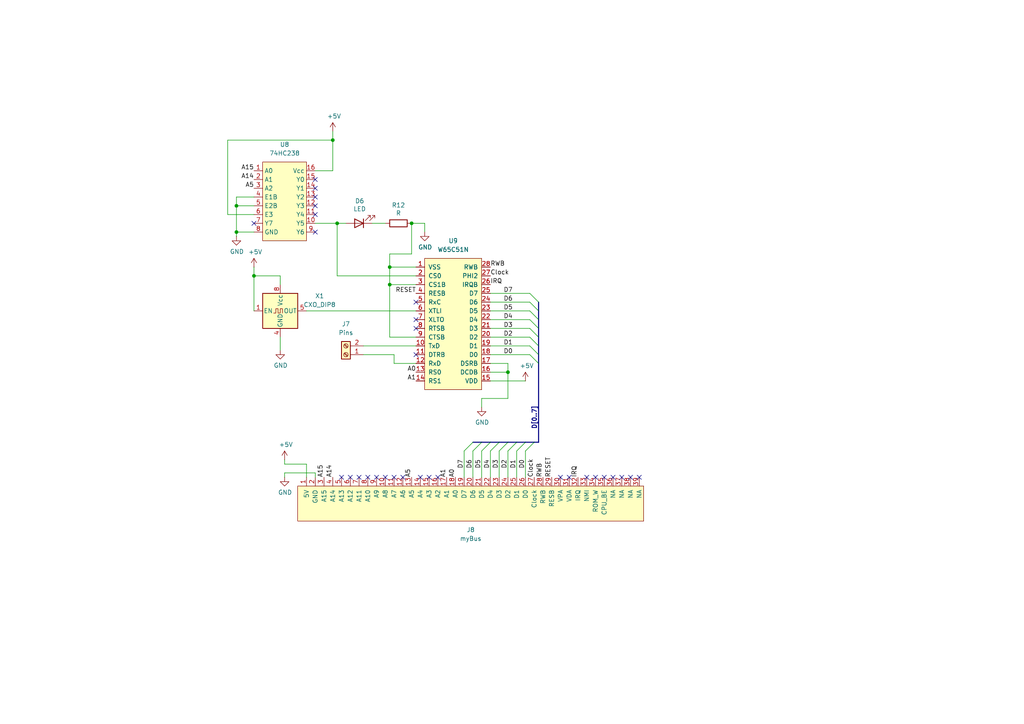
<source format=kicad_sch>
(kicad_sch (version 20231120) (generator "eeschema") (generator_version "8.0")
  (paper "A4")
  (title_block (title "UART"))
  (lib_symbols
    (symbol "6502:74HC238"
      (property "Reference" "U6" (at 0 15.24 0))
      (property "Value" "74HC238" (at 0 12.7 0))
      (symbol "74HC238_1_1"
        (rectangle (start -6.35 10.16) (end 6.35 -12.7) (fill (type background)))
        (pin input line (at -8.89 7.62 0) (length 2.54) (name "A0") (number "1"))
        (pin output line (at 8.89 -7.62 180) (length 2.54) (name "Y5") (number "10"))
        (pin output line (at 8.89 -5.08 180) (length 2.54) (name "Y4") (number "11"))
        (pin output line (at 8.89 -2.54 180) (length 2.54) (name "Y3") (number "12"))
        (pin output line (at 8.89 0 180) (length 2.54) (name "Y2") (number "13"))
        (pin output line (at 8.89 2.54 180) (length 2.54) (name "Y1") (number "14"))
        (pin output line (at 8.89 5.08 180) (length 2.54) (name "Y0") (number "15"))
        (pin power_in line (at 8.89 7.62 180) (length 2.54) (name "Vcc") (number "16"))
        (pin input line (at -8.89 5.08 0) (length 2.54) (name "A1") (number "2"))
        (pin input line (at -8.89 2.54 0) (length 2.54) (name "A2") (number "3"))
        (pin input line (at -8.89 0 0) (length 2.54) (name "E1B") (number "4"))
        (pin input line (at -8.89 -2.54 0) (length 2.54) (name "E2B") (number "5"))
        (pin input line (at -8.89 -5.08 0) (length 2.54) (name "E3") (number "6"))
        (pin output line (at -8.89 -7.62 0) (length 2.54) (name "Y7") (number "7"))
        (pin power_in line (at -8.89 -10.16 0) (length 2.54) (name "GND") (number "8"))
        (pin output line (at 8.89 -10.16 180) (length 2.54) (name "Y6") (number "9"))
      )
    )
    (symbol "6502:W65C51N" (pin_names (offset 1.016))
      (property "Reference" "U" (at -2.54 19.05 0))
      (property "Value" "W65C51N" (at 0 0 90))
      (symbol "W65C51N_0_1"
        (rectangle (start -8.89 17.78) (end 7.62 -20.32) (fill (type background)))
      )
      (symbol "W65C51N_1_1"
        (pin power_in line (at -11.43 15.24 0) (length 2.54) (name "VSS") (number "1"))
        (pin output line (at -11.43 -7.62 0) (length 2.54) (name "TxD") (number "10"))
        (pin output line (at -11.43 -10.16 0) (length 2.54) (name "DTRB") (number "11"))
        (pin input line (at -11.43 -12.7 0) (length 2.54) (name "RxD") (number "12"))
        (pin input line (at -11.43 -15.24 0) (length 2.54) (name "RS0") (number "13"))
        (pin input line (at -11.43 -17.78 0) (length 2.54) (name "RS1") (number "14"))
        (pin power_in line (at 10.16 -17.78 180) (length 2.54) (name "VDD") (number "15"))
        (pin input line (at 10.16 -15.24 180) (length 2.54) (name "DCDB") (number "16"))
        (pin input line (at 10.16 -12.7 180) (length 2.54) (name "DSRB") (number "17"))
        (pin tri_state line (at 10.16 -10.16 180) (length 2.54) (name "D0") (number "18"))
        (pin tri_state line (at 10.16 -7.62 180) (length 2.54) (name "D1") (number "19"))
        (pin input line (at -11.43 12.7 0) (length 2.54) (name "CS0") (number "2"))
        (pin tri_state line (at 10.16 -5.08 180) (length 2.54) (name "D2") (number "20"))
        (pin tri_state line (at 10.16 -2.54 180) (length 2.54) (name "D3") (number "21"))
        (pin tri_state line (at 10.16 0 180) (length 2.54) (name "D4") (number "22"))
        (pin tri_state line (at 10.16 2.54 180) (length 2.54) (name "D5") (number "23"))
        (pin tri_state line (at 10.16 5.08 180) (length 2.54) (name "D6") (number "24"))
        (pin tri_state line (at 10.16 7.62 180) (length 2.54) (name "D7") (number "25"))
        (pin open_collector line (at 10.16 10.16 180) (length 2.54) (name "IRQB") (number "26"))
        (pin input line (at 10.16 12.7 180) (length 2.54) (name "PHI2") (number "27"))
        (pin input line (at 10.16 15.24 180) (length 2.54) (name "RWB") (number "28"))
        (pin input line (at -11.43 10.16 0) (length 2.54) (name "CS1B") (number "3"))
        (pin input line (at -11.43 7.62 0) (length 2.54) (name "RESB") (number "4"))
        (pin bidirectional line (at -11.43 5.08 0) (length 2.54) (name "RxC") (number "5"))
        (pin input line (at -11.43 2.54 0) (length 2.54) (name "XTLI") (number "6"))
        (pin output line (at -11.43 0 0) (length 2.54) (name "XLTO") (number "7"))
        (pin output line (at -11.43 -2.54 0) (length 2.54) (name "RTSB") (number "8"))
        (pin input line (at -11.43 -5.08 0) (length 2.54) (name "CTSB") (number "9"))
      )
    )
    (symbol "6502:myBus" (pin_names (offset 1.016))
      (property "Reference" "J" (at 57.15 1.27 0))
      (property "Value" "myBus" (at 0 -1.27 0))
      (symbol "myBus_0_1"
        (rectangle (start -44.45 5.08) (end 55.88 -5.08) (fill (type background)))
      )
      (symbol "myBus_1_1"
        (pin power_in line (at -41.91 7.62 270) (length 2.54) (name "5V") (number "1"))
        (pin passive line (at -19.05 7.62 270) (length 2.54) (name "A8") (number "10"))
        (pin passive line (at -16.51 7.62 270) (length 2.54) (name "A7") (number "11"))
        (pin passive line (at -13.97 7.62 270) (length 2.54) (name "A6") (number "12"))
        (pin passive line (at -11.43 7.62 270) (length 2.54) (name "A5") (number "13"))
        (pin passive line (at -8.89 7.62 270) (length 2.54) (name "A4") (number "14"))
        (pin passive line (at -6.35 7.62 270) (length 2.54) (name "A3") (number "15"))
        (pin passive line (at -3.81 7.62 270) (length 2.54) (name "A2") (number "16"))
        (pin passive line (at -1.27 7.62 270) (length 2.54) (name "A1") (number "17"))
        (pin passive line (at 1.27 7.62 270) (length 2.54) (name "A0") (number "18"))
        (pin passive line (at 3.81 7.62 270) (length 2.54) (name "D7") (number "19"))
        (pin power_in line (at -39.37 7.62 270) (length 2.54) (name "GND") (number "2"))
        (pin passive line (at 6.35 7.62 270) (length 2.54) (name "D6") (number "20"))
        (pin passive line (at 8.89 7.62 270) (length 2.54) (name "D5") (number "21"))
        (pin passive line (at 11.43 7.62 270) (length 2.54) (name "D4") (number "22"))
        (pin passive line (at 13.97 7.62 270) (length 2.54) (name "D3") (number "23"))
        (pin passive line (at 16.51 7.62 270) (length 2.54) (name "D2") (number "24"))
        (pin passive line (at 19.05 7.62 270) (length 2.54) (name "D1") (number "25"))
        (pin passive line (at 21.59 7.62 270) (length 2.54) (name "D0") (number "26"))
        (pin passive line (at 24.13 7.62 270) (length 2.54) (name "Clock") (number "27"))
        (pin passive line (at 26.67 7.62 270) (length 2.54) (name "RWB") (number "28"))
        (pin passive line (at 29.21 7.62 270) (length 2.54) (name "RESB") (number "29"))
        (pin passive line (at -36.83 7.62 270) (length 2.54) (name "A15") (number "3"))
        (pin passive line (at 31.75 7.62 270) (length 2.54) (name "VPA") (number "30"))
        (pin passive line (at 34.29 7.62 270) (length 2.54) (name "VDA") (number "31"))
        (pin passive line (at 36.83 7.62 270) (length 2.54) (name "IRQ") (number "32"))
        (pin passive line (at 39.37 7.62 270) (length 2.54) (name "NMI") (number "33"))
        (pin passive line (at 41.91 7.62 270) (length 2.54) (name "ROM_W") (number "34"))
        (pin passive line (at 44.45 7.62 270) (length 2.54) (name "CPU_BE") (number "35"))
        (pin passive line (at 46.99 7.62 270) (length 2.54) (name "NA") (number "36"))
        (pin passive line (at 49.53 7.62 270) (length 2.54) (name "NA") (number "37"))
        (pin passive line (at 52.07 7.62 270) (length 2.54) (name "NA") (number "38"))
        (pin passive line (at 54.61 7.62 270) (length 2.54) (name "NA") (number "39"))
        (pin passive line (at -34.29 7.62 270) (length 2.54) (name "A14") (number "4"))
        (pin passive line (at -31.75 7.62 270) (length 2.54) (name "A13") (number "5"))
        (pin passive line (at -29.21 7.62 270) (length 2.54) (name "A12") (number "6"))
        (pin passive line (at -26.67 7.62 270) (length 2.54) (name "A11") (number "7"))
        (pin passive line (at -24.13 7.62 270) (length 2.54) (name "A10") (number "8"))
        (pin passive line (at -21.59 7.62 270) (length 2.54) (name "A9") (number "9"))
      )
    )
    (symbol "Connector:Screw_Terminal_01x02" (pin_names (offset 1.016) hide)
      (property "Reference" "J" (at 0 2.54 0))
      (property "Value" "Screw_Terminal_01x02" (at 0 -5.08 0))
      (symbol "Screw_Terminal_01x02_1_1"
        (rectangle (start -1.27 1.27) (end 1.27 -3.81) (stroke (width 0.254)) (fill (type background)))
        (circle (center 0 -2.54) (radius 0.635) (stroke (width 0.1524)))
        (polyline (pts (xy -0.5334 -2.2098) (xy 0.3302 -3.048)) (stroke (width 0.1524)))
        (polyline (pts (xy -0.5334 0.3302) (xy 0.3302 -0.508)) (stroke (width 0.1524)))
        (polyline (pts (xy -0.3556 -2.032) (xy 0.508 -2.8702)) (stroke (width 0.1524)))
        (polyline (pts (xy -0.3556 0.508) (xy 0.508 -0.3302)) (stroke (width 0.1524)))
        (circle (center 0 0) (radius 0.635) (stroke (width 0.1524)))
        (pin passive line (at -5.08 0 0) (length 3.81) (name "Pin_1") (number "1"))
        (pin passive line (at -5.08 -2.54 0) (length 3.81) (name "Pin_2") (number "2"))
      )
    )
    (symbol "Device:LED" (pin_numbers hide) (pin_names (offset 1.016) hide)
      (property "Reference" "D" (at 0 2.54 0))
      (property "Value" "LED" (at 0 -2.54 0))
      (symbol "LED_0_1"
        (polyline (pts (xy -1.27 -1.27) (xy -1.27 1.27)) (stroke (width 0.254)))
        (polyline (pts (xy -1.27 0) (xy 1.27 0)))
        (polyline (pts (xy 1.27 -1.27) (xy 1.27 1.27) (xy -1.27 0) (xy 1.27 -1.27)) (stroke (width 0.254)))
        (polyline (pts (xy -3.048 -0.762) (xy -4.572 -2.286) (xy -3.81 -2.286) (xy -4.572 -2.286) (xy -4.572 -1.524)))
        (polyline (pts (xy -1.778 -0.762) (xy -3.302 -2.286) (xy -2.54 -2.286) (xy -3.302 -2.286) (xy -3.302 -1.524)))
      )
      (symbol "LED_1_1"
        (pin passive line (at -3.81 0 0) (length 2.54) (name "K") (number "1"))
        (pin passive line (at 3.81 0 180) (length 2.54) (name "A") (number "2"))
      )
    )
    (symbol "Device:R" (pin_numbers hide) (pin_names (offset 0))
      (property "Reference" "R" (at 2.032 0 90))
      (property "Value" "R" (at 0 0 90))
      (symbol "R_0_1"
        (rectangle (start -1.016 -2.54) (end 1.016 2.54) (stroke (width 0.254)))
      )
      (symbol "R_1_1"
        (pin passive line (at 0 3.81 270) (length 1.27) (name "~") (number "1"))
        (pin passive line (at 0 -3.81 90) (length 1.27) (name "~") (number "2"))
      )
    )
    (symbol "Oscillator:CXO_DIP8" (pin_names (offset 0.254))
      (property "Reference" "X" (at -5.08 6.35 0))
      (property "Value" "CXO_DIP8" (at 1.27 -6.35 0))
      (symbol "CXO_DIP8_0_1"
        (rectangle (start -5.08 5.08) (end 5.08 -5.08) (stroke (width 0.254)) (fill (type background)))
        (polyline (pts (xy -1.905 -0.635) (xy -1.27 -0.635) (xy -1.27 0.635) (xy -0.635 0.635) (xy -0.635 -0.635) (xy 0 -0.635) (xy 0 0.635) (xy 0.635 0.635) (xy 0.635 -0.635)))
      )
      (symbol "CXO_DIP8_1_1"
        (pin input line (at -7.62 0 0) (length 2.54) (name "EN") (number "1"))
        (pin power_in line (at 0 -7.62 90) (length 2.54) (name "GND") (number "4"))
        (pin output line (at 7.62 0 180) (length 2.54) (name "OUT") (number "5"))
        (pin power_in line (at 0 7.62 270) (length 2.54) (name "Vcc") (number "8"))
      )
    )
    (symbol "power:+5V" (power) (pin_numbers hide) (pin_names (offset 0) hide)
      (property "Value" "+5V" (at 0 3.556 0))
      (symbol "+5V_0_1"
        (polyline (pts (xy -0.762 1.27) (xy 0 2.54)))
        (polyline (pts (xy 0 0) (xy 0 2.54)))
        (polyline (pts (xy 0 2.54) (xy 0.762 1.27)))
      )
      (symbol "+5V_1_1"
        (pin power_in line (at 0 0 90) (length 0) (name "~") (number "1"))
      )
    )
    (symbol "power:GND" (power) (pin_numbers hide) (pin_names (offset 0) hide)
      (property "Value" "GND" (at 0 -3.81 0))
      (symbol "GND_0_1"
        (polyline (pts (xy 0 0) (xy 0 -1.27) (xy 1.27 -1.27) (xy 0 -2.54) (xy -1.27 -1.27) (xy 0 -1.27)))
      )
      (symbol "GND_1_1"
        (pin power_in line (at 0 0 270) (length 0) (name "~") (number "1"))
      )
    )
  )
  (junction (at 68.58 59.69))
  (junction (at 119.38 64.77))
  (junction (at 73.66 80.01))
  (junction (at 147.32 107.95))
  (junction (at 68.58 67.31))
  (junction (at 96.52 40.64))
  (junction (at 97.79 64.77))
  (junction (at 113.03 77.47))
  (junction (at 113.03 82.55))
  (no_connect (at 99.06 138.43))
  (no_connect (at 124.46 138.43))
  (no_connect (at 104.14 138.43))
  (no_connect (at 91.44 57.15))
  (no_connect (at 165.1 138.43))
  (no_connect (at 162.56 138.43))
  (no_connect (at 91.44 67.31))
  (no_connect (at 120.65 92.71))
  (no_connect (at 170.18 138.43))
  (no_connect (at 182.88 138.43))
  (no_connect (at 91.44 54.61))
  (no_connect (at 106.68 138.43))
  (no_connect (at 180.34 138.43))
  (no_connect (at 101.6 138.43))
  (no_connect (at 120.65 102.87))
  (no_connect (at 120.65 87.63))
  (no_connect (at 175.26 138.43))
  (no_connect (at 114.3 138.43))
  (no_connect (at 91.44 52.07))
  (no_connect (at 127 138.43))
  (no_connect (at 121.92 138.43))
  (no_connect (at 91.44 62.23))
  (no_connect (at 177.8 138.43))
  (no_connect (at 172.72 138.43))
  (no_connect (at 111.76 138.43))
  (no_connect (at 185.42 138.43))
  (no_connect (at 109.22 138.43))
  (no_connect (at 116.84 138.43))
  (no_connect (at 91.44 59.69))
  (no_connect (at 120.65 95.25))
  (no_connect (at 73.66 64.77))
  (bus_entry (at 142.24 130.81) (size 2.54 -2.54))
  (bus_entry (at 144.78 130.81) (size 2.54 -2.54))
  (bus_entry (at 152.4 130.81) (size 2.54 -2.54))
  (bus_entry (at 153.67 102.87) (size 2.54 2.54))
  (bus_entry (at 134.62 130.81) (size 2.54 -2.54))
  (bus_entry (at 147.32 130.81) (size 2.54 -2.54))
  (bus_entry (at 139.7 130.81) (size 2.54 -2.54))
  (bus_entry (at 153.67 97.79) (size 2.54 2.54))
  (bus_entry (at 149.86 130.81) (size 2.54 -2.54))
  (bus_entry (at 137.16 130.81) (size 2.54 -2.54))
  (bus_entry (at 153.67 87.63) (size 2.54 2.54))
  (bus_entry (at 153.67 90.17) (size 2.54 2.54))
  (bus_entry (at 153.67 85.09) (size 2.54 2.54))
  (bus_entry (at 153.67 100.33) (size 2.54 2.54))
  (bus_entry (at 153.67 92.71) (size 2.54 2.54))
  (bus_entry (at 153.67 95.25) (size 2.54 2.54))
  (bus (pts (xy 156.21 87.63) (xy 156.21 90.17)))
  (wire (pts (xy 113.03 77.47) (xy 113.03 82.55)))
  (wire (pts (xy 81.28 97.79) (xy 81.28 101.6)))
  (wire (pts (xy 142.24 130.81) (xy 142.24 138.43)))
  (wire (pts (xy 137.16 130.81) (xy 137.16 138.43)))
  (wire (pts (xy 142.24 105.41) (xy 147.32 105.41)))
  (bus (pts (xy 149.86 128.27) (xy 152.4 128.27)))
  (wire (pts (xy 142.24 107.95) (xy 147.32 107.95)))
  (wire (pts (xy 142.24 102.87) (xy 153.67 102.87)))
  (bus (pts (xy 154.94 128.27) (xy 156.21 128.27)))
  (wire (pts (xy 82.55 137.16) (xy 82.55 138.43)))
  (wire (pts (xy 139.7 115.57) (xy 139.7 118.11)))
  (bus (pts (xy 137.16 128.27) (xy 139.7 128.27)))
  (wire (pts (xy 147.32 105.41) (xy 147.32 107.95)))
  (wire (pts (xy 113.03 73.66) (xy 113.03 77.47)))
  (wire (pts (xy 97.79 64.77) (xy 100.33 64.77)))
  (wire (pts (xy 105.41 100.33) (xy 120.65 100.33)))
  (bus (pts (xy 139.7 128.27) (xy 142.24 128.27)))
  (bus (pts (xy 152.4 128.27) (xy 154.94 128.27)))
  (bus (pts (xy 156.21 92.71) (xy 156.21 95.25)))
  (bus (pts (xy 156.21 102.87) (xy 156.21 105.41)))
  (wire (pts (xy 91.44 49.53) (xy 96.52 49.53)))
  (wire (pts (xy 142.24 100.33) (xy 153.67 100.33)))
  (wire (pts (xy 144.78 130.81) (xy 144.78 138.43)))
  (wire (pts (xy 123.19 64.77) (xy 123.19 67.31)))
  (wire (pts (xy 114.3 105.41) (xy 120.65 105.41)))
  (wire (pts (xy 68.58 59.69) (xy 68.58 67.31)))
  (wire (pts (xy 139.7 130.81) (xy 139.7 138.43)))
  (wire (pts (xy 88.9 90.17) (xy 120.65 90.17)))
  (bus (pts (xy 144.78 128.27) (xy 147.32 128.27)))
  (wire (pts (xy 91.44 137.16) (xy 82.55 137.16)))
  (wire (pts (xy 96.52 40.64) (xy 96.52 49.53)))
  (wire (pts (xy 120.65 97.79) (xy 113.03 97.79)))
  (wire (pts (xy 82.55 134.62) (xy 88.9 134.62)))
  (wire (pts (xy 97.79 64.77) (xy 91.44 64.77)))
  (bus (pts (xy 147.32 128.27) (xy 149.86 128.27)))
  (wire (pts (xy 113.03 82.55) (xy 120.65 82.55)))
  (wire (pts (xy 97.79 80.01) (xy 120.65 80.01)))
  (bus (pts (xy 156.21 100.33) (xy 156.21 102.87)))
  (wire (pts (xy 82.55 133.35) (xy 82.55 134.62)))
  (wire (pts (xy 68.58 67.31) (xy 68.58 68.58)))
  (wire (pts (xy 97.79 64.77) (xy 97.79 80.01)))
  (wire (pts (xy 113.03 97.79) (xy 113.03 82.55)))
  (wire (pts (xy 147.32 115.57) (xy 139.7 115.57)))
  (wire (pts (xy 142.24 90.17) (xy 153.67 90.17)))
  (wire (pts (xy 105.41 102.87) (xy 114.3 102.87)))
  (wire (pts (xy 107.95 64.77) (xy 111.76 64.77)))
  (bus (pts (xy 156.21 90.17) (xy 156.21 92.71)))
  (wire (pts (xy 91.44 138.43) (xy 91.44 137.16)))
  (wire (pts (xy 119.38 64.77) (xy 123.19 64.77)))
  (bus (pts (xy 142.24 128.27) (xy 144.78 128.27)))
  (wire (pts (xy 142.24 97.79) (xy 153.67 97.79)))
  (wire (pts (xy 147.32 107.95) (xy 147.32 115.57)))
  (wire (pts (xy 142.24 92.71) (xy 153.67 92.71)))
  (wire (pts (xy 134.62 130.81) (xy 134.62 138.43)))
  (wire (pts (xy 142.24 95.25) (xy 153.67 95.25)))
  (wire (pts (xy 147.32 130.81) (xy 147.32 138.43)))
  (bus (pts (xy 156.21 97.79) (xy 156.21 100.33)))
  (wire (pts (xy 73.66 77.47) (xy 73.66 80.01)))
  (wire (pts (xy 68.58 67.31) (xy 73.66 67.31)))
  (wire (pts (xy 81.28 82.55) (xy 81.28 80.01)))
  (wire (pts (xy 149.86 130.81) (xy 149.86 138.43)))
  (wire (pts (xy 142.24 87.63) (xy 153.67 87.63)))
  (wire (pts (xy 142.24 85.09) (xy 153.67 85.09)))
  (wire (pts (xy 73.66 57.15) (xy 68.58 57.15)))
  (wire (pts (xy 152.4 130.81) (xy 152.4 138.43)))
  (wire (pts (xy 81.28 80.01) (xy 73.66 80.01)))
  (wire (pts (xy 73.66 62.23) (xy 66.04 62.23)))
  (wire (pts (xy 142.24 110.49) (xy 152.4 110.49)))
  (wire (pts (xy 66.04 62.23) (xy 66.04 40.64)))
  (wire (pts (xy 114.3 102.87) (xy 114.3 105.41)))
  (bus (pts (xy 156.21 95.25) (xy 156.21 97.79)))
  (wire (pts (xy 68.58 57.15) (xy 68.58 59.69)))
  (wire (pts (xy 73.66 80.01) (xy 73.66 90.17)))
  (wire (pts (xy 66.04 40.64) (xy 96.52 40.64)))
  (wire (pts (xy 68.58 59.69) (xy 73.66 59.69)))
  (wire (pts (xy 88.9 134.62) (xy 88.9 138.43)))
  (wire (pts (xy 113.03 73.66) (xy 119.38 73.66)))
  (wire (pts (xy 96.52 38.1) (xy 96.52 40.64)))
  (bus (pts (xy 156.21 105.41) (xy 156.21 128.27)))
  (wire (pts (xy 119.38 73.66) (xy 119.38 64.77)))
  (wire (pts (xy 113.03 77.47) (xy 120.65 77.47)))
  (label "D0" (at 146.05 102.87 0))
  (label "A14" (at 96.52 138.43 90))
  (label "RESET" (at 120.65 85.09 180))
  (label "D1" (at 146.05 100.33 0))
  (label "Clock" (at 154.94 138.43 90))
  (label "D5" (at 139.7 135.89 90))
  (label "D5" (at 146.05 90.17 0))
  (label "D6" (at 146.05 87.63 0))
  (label "D6" (at 137.16 135.89 90))
  (label "D2" (at 146.05 97.79 0))
  (label "Clock" (at 142.24 80.01 0))
  (label "A5" (at 73.66 54.61 180))
  (label "A1" (at 120.65 110.49 180))
  (label "D7" (at 134.62 135.89 90))
  (label "D4" (at 146.05 92.71 0))
  (label "IRQ" (at 142.24 82.55 0))
  (label "IRQ" (at 167.64 138.43 90))
  (label "D0" (at 152.4 135.89 90))
  (label "D1" (at 149.86 135.89 90))
  (label "D3" (at 146.05 95.25 0))
  (label "RWB" (at 157.48 138.43 90))
  (label "D[0..7]" (at 156.21 124.46 90) (effects (font (bold yes))))
  (label "RWB" (at 142.24 77.47 0))
  (label "D7" (at 146.05 85.09 0))
  (label "A0" (at 132.08 138.43 90))
  (label "A5" (at 119.38 138.43 90))
  (label "A15" (at 73.66 49.53 180))
  (label "A1" (at 129.54 138.43 90))
  (label "RESET" (at 160.02 138.43 90))
  (label "D3" (at 144.78 135.89 90))
  (label "D2" (at 147.32 135.89 90))
  (label "A14" (at 73.66 52.07 180))
  (label "A0" (at 120.65 107.95 180))
  (label "A15" (at 93.98 138.43 90))
  (label "D4" (at 142.24 135.89 90))
  (symbol (lib_id "power:+5V") (at 152.4 110.49 0) (unit 1)
    (property "Reference" "#PWR046" (effects (hide yes)))
    (property "Value" "+5V" (at 152.781 106.0958 0))
    (property "Description" "Power symbol creates a global label with name \"+5V\"" (effects (hide yes)))
  )
  (symbol (lib_id "6502:W65C51N") (at 132.08 92.71 0) (unit 1)
    (property "Reference" "U9" (at 131.445 69.85 0))
    (property "Value" "W65C51N" (at 131.445 72.39 0))
  )
  (symbol (lib_id "Oscillator:CXO_DIP8") (at 81.28 90.17 0) (unit 1)
    (property "Reference" "X1" (at 92.71 85.8393 0))
    (property "Value" "CXO_DIP8" (at 92.71 88.3793 0))
    (property "Footprint" "Oscillator:Oscillator_DIP-8" (effects (hide yes)))
    (property "Datasheet" "http://cdn-reichelt.de/documents/datenblatt/B400/OSZI.pdf" (effects (hide yes)))
    (property "Description" "Crystal Clock Oscillator, DIP8-style metal package" (effects (hide yes)))
  )
  (symbol (lib_id "power:GND") (at 68.58 68.58 0) (unit 1)
    (property "Reference" "#PWR038" (effects (hide yes)))
    (property "Value" "GND" (at 68.707 72.9742 0))
    (property "Description" "Power symbol creates a global label with name \"GND\" , ground" (effects (hide yes)))
  )
  (symbol (lib_id "Device:LED") (at 104.14 64.77 180) (unit 1)
    (property "Reference" "D6" (at 104.3178 58.293 0))
    (property "Value" "LED" (at 104.3178 60.6044 0))
    (property "Footprint" "LED_THT:LED_D5.0mm" (effects (hide yes)))
    (property "Description" "Light emitting diode" (effects (hide yes)))
  )
  (symbol (lib_id "power:GND") (at 82.55 138.43 0) (unit 1)
    (property "Reference" "#PWR042" (effects (hide yes)))
    (property "Value" "GND" (at 82.677 142.8242 0))
    (property "Description" "Power symbol creates a global label with name \"GND\" , ground" (effects (hide yes)))
  )
  (symbol (lib_id "power:+5V") (at 73.66 77.47 0) (unit 1)
    (property "Reference" "#PWR039" (effects (hide yes)))
    (property "Value" "+5V" (at 74.041 73.0758 0))
    (property "Description" "Power symbol creates a global label with name \"+5V\"" (effects (hide yes)))
  )
  (symbol (lib_id "6502:myBus") (at 130.81 146.05 0) (unit 1)
    (property "Reference" "J8" (at 136.525 153.67 0))
    (property "Value" "myBus" (at 136.525 156.21 0))
  )
  (symbol (lib_id "6502:74HC238") (at 82.55 57.15 0) (unit 1)
    (property "Reference" "U8" (at 82.55 41.91 0))
    (property "Value" "74HC238" (at 82.55 44.45 0))
  )
  (symbol (lib_id "Connector:Screw_Terminal_01x02") (at 100.33 102.87 180) (unit 1)
    (property "Reference" "J7" (at 100.33 93.98 0))
    (property "Value" "Pins" (at 100.33 96.52 0))
    (property "Description" "Generic screw terminal, single row, 01x02, script generated (kicad-library-utils/schlib/autogen/connector/)" (effects (hide yes)))
  )
  (symbol (lib_id "power:GND") (at 123.19 67.31 0) (unit 1)
    (property "Reference" "#PWR044" (effects (hide yes)))
    (property "Value" "GND" (at 123.317 71.7042 0))
    (property "Description" "Power symbol creates a global label with name \"GND\" , ground" (effects (hide yes)))
  )
  (symbol (lib_id "power:GND") (at 139.7 118.11 0) (unit 1)
    (property "Reference" "#PWR045" (effects (hide yes)))
    (property "Value" "GND" (at 139.827 122.5042 0))
    (property "Description" "Power symbol creates a global label with name \"GND\" , ground" (effects (hide yes)))
  )
  (symbol (lib_id "power:+5V") (at 96.52 38.1 0) (unit 1)
    (property "Reference" "#PWR043" (effects (hide yes)))
    (property "Value" "+5V" (at 96.901 33.7058 0))
    (property "Description" "Power symbol creates a global label with name \"+5V\"" (effects (hide yes)))
  )
  (symbol (lib_id "power:+5V") (at 82.55 133.35 0) (unit 1)
    (property "Reference" "#PWR041" (effects (hide yes)))
    (property "Value" "+5V" (at 82.931 128.9558 0))
    (property "Description" "Power symbol creates a global label with name \"+5V\"" (effects (hide yes)))
  )
  (symbol (lib_id "Device:R") (at 115.57 64.77 270) (unit 1)
    (property "Reference" "R12" (at 115.57 59.5122 90))
    (property "Value" "R" (at 115.57 61.8236 90))
    (property "Footprint" "Resistor_THT:R_Axial_DIN0207_L6.3mm_D2.5mm_P15.24mm_Horizontal" (effects (hide yes)))
    (property "Description" "Resistor" (effects (hide yes)))
  )
  (symbol (lib_id "power:GND") (at 81.28 101.6 0) (unit 1)
    (property "Reference" "#PWR040" (effects (hide yes)))
    (property "Value" "GND" (at 81.407 105.9942 0))
    (property "Description" "Power symbol creates a global label with name \"GND\" , ground" (effects (hide yes)))
  )
)
</source>
